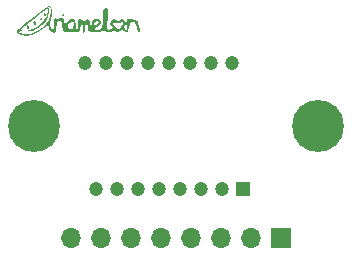
<source format=gbr>
%TF.GenerationSoftware,KiCad,Pcbnew,(7.0.0)*%
%TF.CreationDate,2023-03-21T21:12:12+00:00*%
%TF.ProjectId,Ogen,4f67656e-2e6b-4696-9361-645f70636258,rev?*%
%TF.SameCoordinates,Original*%
%TF.FileFunction,Soldermask,Top*%
%TF.FilePolarity,Negative*%
%FSLAX46Y46*%
G04 Gerber Fmt 4.6, Leading zero omitted, Abs format (unit mm)*
G04 Created by KiCad (PCBNEW (7.0.0)) date 2023-03-21 21:12:12*
%MOMM*%
%LPD*%
G01*
G04 APERTURE LIST*
%ADD10R,1.700000X1.700000*%
%ADD11O,1.700000X1.700000*%
%ADD12R,1.200000X1.200000*%
%ADD13C,1.200000*%
%ADD14C,4.400000*%
G04 APERTURE END LIST*
%TO.C,A1*%
G36*
X14294571Y-15303502D02*
G01*
X14301334Y-15355330D01*
X14253995Y-15464757D01*
X14216667Y-15477334D01*
X14148542Y-15406208D01*
X14132000Y-15303003D01*
X14164593Y-15185933D01*
X14216667Y-15181000D01*
X14294571Y-15303502D01*
G37*
G36*
X14852268Y-14938380D02*
G01*
X14892704Y-15075167D01*
X14839947Y-15135840D01*
X14734149Y-15107486D01*
X14682334Y-15054000D01*
X14671370Y-14912532D01*
X14687920Y-14875628D01*
X14766485Y-14853364D01*
X14852268Y-14938380D01*
G37*
G36*
X15390763Y-14584987D02*
G01*
X15386125Y-14635959D01*
X15278930Y-14764271D01*
X15237959Y-14784125D01*
X15159238Y-14761013D01*
X15163875Y-14710042D01*
X15271071Y-14581730D01*
X15312042Y-14561875D01*
X15390763Y-14584987D01*
G37*
G36*
X15686524Y-14181413D02*
G01*
X15738942Y-14298000D01*
X15684726Y-14373724D01*
X15660997Y-14376667D01*
X15545513Y-14315455D01*
X15532616Y-14297850D01*
X15536662Y-14197350D01*
X15626170Y-14153603D01*
X15686524Y-14181413D01*
G37*
G36*
X17262207Y-14271763D02*
G01*
X17264667Y-14292000D01*
X17200238Y-14374207D01*
X17180000Y-14376667D01*
X17097794Y-14312238D01*
X17095334Y-14292000D01*
X17159763Y-14209794D01*
X17180000Y-14207334D01*
X17262207Y-14271763D01*
G37*
G36*
X20577786Y-14249667D02*
G01*
X20757352Y-14249667D01*
X20764167Y-14423918D01*
X20783353Y-14468892D01*
X20794173Y-14441154D01*
X20809943Y-14237833D01*
X20795882Y-14102487D01*
X20773578Y-14055562D01*
X20759548Y-14157327D01*
X20757352Y-14249667D01*
X20577786Y-14249667D01*
X20573836Y-14165735D01*
X20589570Y-13956932D01*
X20642020Y-13834176D01*
X20679919Y-13795409D01*
X20826517Y-13728212D01*
X20901625Y-13739375D01*
X20957940Y-13859134D01*
X20983321Y-14098315D01*
X20977750Y-14409852D01*
X20941208Y-14746678D01*
X20902083Y-14951526D01*
X20859118Y-15285844D01*
X20906443Y-15500249D01*
X21038204Y-15583191D01*
X21203281Y-15545859D01*
X21376548Y-15440925D01*
X21392146Y-15336726D01*
X21286333Y-15223333D01*
X21170149Y-15058498D01*
X21193488Y-14969862D01*
X21406281Y-14969862D01*
X21443466Y-15124096D01*
X21549704Y-15287832D01*
X21700273Y-15459667D01*
X21815139Y-15555098D01*
X21836667Y-15562000D01*
X21929723Y-15501072D01*
X22074011Y-15348903D01*
X22123629Y-15287832D01*
X22249821Y-15078608D01*
X22258793Y-14945254D01*
X22158315Y-14910924D01*
X22015090Y-14964469D01*
X21806958Y-15015975D01*
X21658244Y-14964469D01*
X21480464Y-14908936D01*
X21406281Y-14969862D01*
X21193488Y-14969862D01*
X21216866Y-14881076D01*
X21328667Y-14757667D01*
X21461786Y-14654832D01*
X21562200Y-14670256D01*
X21667334Y-14757667D01*
X21799704Y-14859982D01*
X21899981Y-14845373D01*
X22008988Y-14754963D01*
X22138037Y-14653891D01*
X22234155Y-14664389D01*
X22363534Y-14781237D01*
X22484094Y-14929790D01*
X22485534Y-15061869D01*
X22435226Y-15169991D01*
X22373370Y-15375931D01*
X22417169Y-15521178D01*
X22518997Y-15562000D01*
X22563030Y-15485530D01*
X22591964Y-15288650D01*
X22598667Y-15106148D01*
X22598667Y-14650297D01*
X22987768Y-14663394D01*
X23309400Y-14710598D01*
X23486728Y-14826731D01*
X23562010Y-14990687D01*
X23627088Y-15231720D01*
X23671135Y-15488571D01*
X23683326Y-15699978D01*
X23658748Y-15800141D01*
X23580001Y-15796056D01*
X23503521Y-15672887D01*
X23453796Y-15479421D01*
X23446630Y-15377548D01*
X23387035Y-15138277D01*
X23241223Y-14954746D01*
X23061265Y-14884667D01*
X22921689Y-14960333D01*
X22814116Y-15151367D01*
X22768153Y-15403819D01*
X22768000Y-15419067D01*
X22718124Y-15623754D01*
X22639412Y-15732652D01*
X22517750Y-15790690D01*
X22385998Y-15724758D01*
X22343079Y-15687563D01*
X22210444Y-15585692D01*
X22109623Y-15602573D01*
X22007588Y-15687563D01*
X21863327Y-15786382D01*
X21746799Y-15759549D01*
X21708509Y-15730373D01*
X21589708Y-15669203D01*
X21425430Y-15679315D01*
X21231271Y-15735535D01*
X21005526Y-15800160D01*
X20879206Y-15797860D01*
X20795074Y-15725983D01*
X20786844Y-15714957D01*
X20694876Y-15629348D01*
X20573162Y-15645188D01*
X20465697Y-15696866D01*
X20236348Y-15765083D01*
X19922346Y-15794719D01*
X19792112Y-15793154D01*
X19522367Y-15770762D01*
X19379664Y-15723793D01*
X19321893Y-15635520D01*
X19315613Y-15603898D01*
X19258042Y-15288986D01*
X19200528Y-15124630D01*
X19136047Y-15092204D01*
X19124851Y-15097868D01*
X19072340Y-15207816D01*
X19044179Y-15417716D01*
X19042667Y-15482330D01*
X19023626Y-15692551D01*
X18976141Y-15808238D01*
X18958000Y-15816000D01*
X18904658Y-15740962D01*
X18875303Y-15553822D01*
X18873334Y-15482330D01*
X18854246Y-15257336D01*
X18806834Y-15113700D01*
X18791149Y-15097868D01*
X18724675Y-15111713D01*
X18666331Y-15255473D01*
X18609230Y-15547438D01*
X18600469Y-15604334D01*
X18554919Y-15709861D01*
X18430357Y-15766099D01*
X18183420Y-15791544D01*
X18158806Y-15792724D01*
X17890502Y-15784935D01*
X17682837Y-15743511D01*
X17624181Y-15713502D01*
X17506383Y-15663052D01*
X17431073Y-15736070D01*
X17333832Y-15808669D01*
X17240389Y-15731312D01*
X17162687Y-15523182D01*
X17123834Y-15283219D01*
X17556585Y-15283219D01*
X17597664Y-15382073D01*
X17741830Y-15536811D01*
X17900439Y-15533794D01*
X18023688Y-15398233D01*
X18100868Y-15163295D01*
X18093033Y-14951053D01*
X18017863Y-14836892D01*
X17902338Y-14852119D01*
X17740080Y-14964623D01*
X17712881Y-14990635D01*
X17576215Y-15153521D01*
X17556585Y-15283219D01*
X17123834Y-15283219D01*
X17114945Y-15228317D01*
X17078301Y-14968025D01*
X17021232Y-14838264D01*
X16925465Y-14800249D01*
X16913133Y-14800000D01*
X16760625Y-14877744D01*
X16647153Y-15085950D01*
X16590560Y-15387078D01*
X16587334Y-15485503D01*
X16538962Y-15709962D01*
X16417909Y-15811005D01*
X16260262Y-15794990D01*
X16102114Y-15668278D01*
X15979553Y-15437230D01*
X15961500Y-15375207D01*
X15885999Y-15078001D01*
X15551838Y-15412163D01*
X15078123Y-15787980D01*
X14561724Y-16003982D01*
X14035547Y-16068141D01*
X13683991Y-16045384D01*
X13444583Y-15965674D01*
X13358213Y-15906677D01*
X13248566Y-15780662D01*
X13395766Y-15780662D01*
X13538948Y-15871444D01*
X13560500Y-15881998D01*
X13938365Y-15972692D01*
X14402763Y-15926205D01*
X14665371Y-15851015D01*
X15010489Y-15677970D01*
X15367560Y-15408210D01*
X15694080Y-15083606D01*
X15947549Y-14746029D01*
X16080549Y-14456818D01*
X16142872Y-14113797D01*
X16135838Y-13837810D01*
X16062554Y-13666227D01*
X16012141Y-13634076D01*
X15940229Y-13654674D01*
X15954743Y-13805790D01*
X15954966Y-13806677D01*
X15963050Y-14113623D01*
X15871583Y-14474221D01*
X15701509Y-14823147D01*
X15573600Y-14996150D01*
X15354580Y-15198579D01*
X15064027Y-15409359D01*
X14892298Y-15512422D01*
X14615941Y-15647838D01*
X14379736Y-15712935D01*
X14101434Y-15724770D01*
X13912801Y-15715538D01*
X13578911Y-15704495D01*
X13407826Y-15725608D01*
X13395766Y-15780662D01*
X13248566Y-15780662D01*
X13225963Y-15754685D01*
X13243000Y-15659320D01*
X13314503Y-15595418D01*
X13600973Y-15595418D01*
X13753638Y-15648654D01*
X14011367Y-15648003D01*
X14321162Y-15600323D01*
X14630027Y-15512472D01*
X14798603Y-15440438D01*
X15233578Y-15152609D01*
X15577958Y-14790038D01*
X15795980Y-14392105D01*
X15820243Y-14315481D01*
X15895231Y-13994934D01*
X15900360Y-13821564D01*
X15859424Y-13784000D01*
X15776433Y-13833339D01*
X15590332Y-13967060D01*
X15330202Y-14163719D01*
X15076257Y-14361471D01*
X14726564Y-14636134D01*
X14378625Y-14907749D01*
X14082437Y-15137359D01*
X13946695Y-15241555D01*
X13743972Y-15409940D01*
X13620435Y-15540067D01*
X13600973Y-15595418D01*
X13314503Y-15595418D01*
X13407845Y-15511999D01*
X13665143Y-15301378D01*
X13990093Y-15045897D01*
X14357893Y-14763996D01*
X14743744Y-14474116D01*
X15122844Y-14194697D01*
X15470391Y-13944179D01*
X15761585Y-13741001D01*
X15971624Y-13603604D01*
X16075707Y-13550429D01*
X16079334Y-13550454D01*
X16189602Y-13653341D01*
X16235113Y-13903094D01*
X16215153Y-14289819D01*
X16159031Y-14651848D01*
X16104389Y-15006257D01*
X16099821Y-15248069D01*
X16144814Y-15426290D01*
X16150777Y-15439789D01*
X16251490Y-15593728D01*
X16333617Y-15587947D01*
X16390891Y-15431609D01*
X16417045Y-15133879D01*
X16418000Y-15049003D01*
X16430967Y-14780458D01*
X16464780Y-14598612D01*
X16502667Y-14546000D01*
X16584893Y-14608485D01*
X16587334Y-14628010D01*
X16649193Y-14683503D01*
X16693167Y-14677415D01*
X16986469Y-14594795D01*
X17156888Y-14582577D01*
X17241289Y-14655000D01*
X17276536Y-14826301D01*
X17283544Y-14905447D01*
X17303716Y-15125686D01*
X17327562Y-15193646D01*
X17372109Y-15125853D01*
X17413731Y-15031793D01*
X17570294Y-14812495D01*
X17785176Y-14676674D01*
X18004337Y-14651546D01*
X18096742Y-14687781D01*
X18195859Y-14823305D01*
X18236336Y-15082524D01*
X18238334Y-15184145D01*
X18259955Y-15458178D01*
X18319449Y-15609045D01*
X18344167Y-15625500D01*
X18409178Y-15592589D01*
X18442691Y-15426126D01*
X18450000Y-15193052D01*
X18471630Y-14861861D01*
X18539452Y-14689261D01*
X18657863Y-14669748D01*
X18794002Y-14762495D01*
X18925523Y-14862052D01*
X19027406Y-14841636D01*
X19121998Y-14762495D01*
X19285782Y-14662169D01*
X19396343Y-14712029D01*
X19458251Y-14917278D01*
X19475277Y-15164830D01*
X19484553Y-15604334D01*
X19557070Y-15235471D01*
X19592296Y-15109679D01*
X19804667Y-15109679D01*
X19838144Y-15185244D01*
X19963119Y-15144468D01*
X19969285Y-15141190D01*
X20123710Y-15036459D01*
X20182333Y-14974729D01*
X20170639Y-14866861D01*
X20141006Y-14840895D01*
X20008814Y-14841999D01*
X19874584Y-14944050D01*
X19805423Y-15093420D01*
X19804667Y-15109679D01*
X19592296Y-15109679D01*
X19651858Y-14896980D01*
X19783098Y-14703632D01*
X19968082Y-14632326D01*
X20009767Y-14630667D01*
X20252977Y-14685052D01*
X20373226Y-14824047D01*
X20366162Y-15011413D01*
X20227437Y-15210907D01*
X20091748Y-15313718D01*
X19909222Y-15438119D01*
X19858851Y-15516298D01*
X19921647Y-15578392D01*
X19924123Y-15579787D01*
X20148637Y-15619558D01*
X20367286Y-15514388D01*
X20515922Y-15323167D01*
X20586136Y-15080722D01*
X20600920Y-14718423D01*
X20589622Y-14501198D01*
X20577786Y-14249667D01*
G37*
%TD*%
D10*
%TO.C,J1*%
X35639999Y-33199999D03*
D11*
X33099999Y-33199999D03*
X30559999Y-33199999D03*
X28019999Y-33199999D03*
X25479999Y-33199999D03*
X22939999Y-33199999D03*
X20399999Y-33199999D03*
X17859999Y-33199999D03*
%TD*%
D12*
%TO.C,U1*%
X32409999Y-29099999D03*
D13*
X30630000Y-29100000D03*
X28850000Y-29100000D03*
X27070000Y-29100000D03*
X25290000Y-29100000D03*
X23510000Y-29100000D03*
X21730000Y-29100000D03*
X19950000Y-29100000D03*
X19060000Y-18400000D03*
X20840000Y-18400000D03*
X22620000Y-18400000D03*
X24400000Y-18400000D03*
X26180000Y-18400000D03*
X27960000Y-18400000D03*
X29740000Y-18400000D03*
X31520000Y-18400000D03*
%TD*%
D14*
%TO.C,H1*%
X38749998Y-23750001D03*
%TD*%
%TO.C,H2*%
X14750002Y-23749999D03*
%TD*%
M02*

</source>
